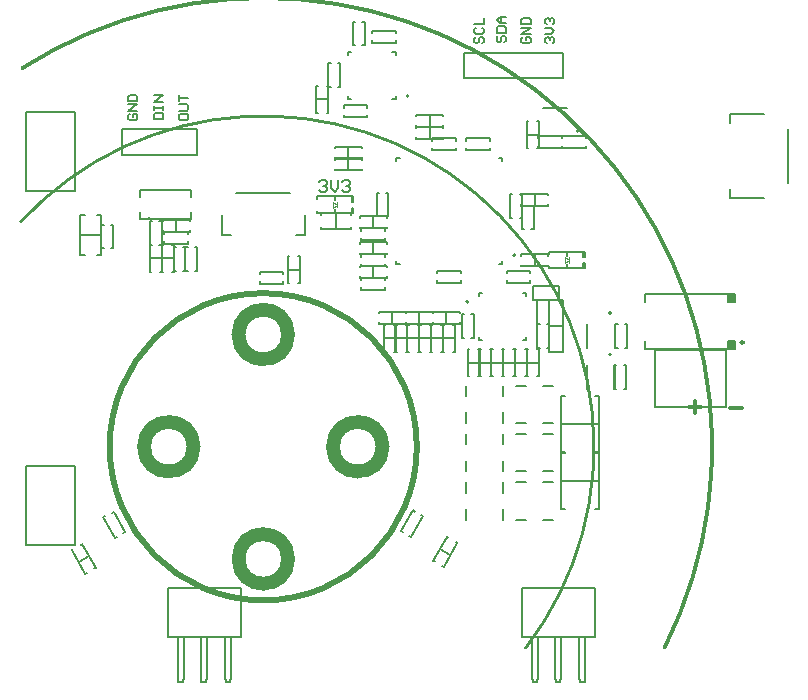
<source format=gto>
G04*
G04 #@! TF.GenerationSoftware,Altium Limited,Altium Designer,24.4.1 (13)*
G04*
G04 Layer_Color=65535*
%FSLAX44Y44*%
%MOMM*%
G71*
G04*
G04 #@! TF.SameCoordinates,D346328A-3EA5-4E80-806F-D0F93F3E7631*
G04*
G04*
G04 #@! TF.FilePolarity,Positive*
G04*
G01*
G75*
%ADD10C,1.1500*%
%ADD11C,0.2000*%
%ADD12C,0.2500*%
%ADD13C,0.0500*%
%ADD14C,0.5000*%
%ADD15C,0.2540*%
%ADD16C,0.3000*%
%ADD17C,0.1500*%
%ADD18C,0.1270*%
%ADD19C,0.1000*%
%ADD20C,0.3500*%
%ADD21C,0.1530*%
%ADD22R,0.5500X0.6750*%
D10*
X-59000Y-0D02*
G03*
X-59000Y-0I-21000J0D01*
G01*
X21000Y-95000D02*
G03*
X21000Y-95000I-21000J0D01*
G01*
X101000Y-0D02*
G03*
X101000Y-0I-21000J0D01*
G01*
X21000Y95000D02*
G03*
X21000Y95000I-21000J0D01*
G01*
D11*
X294500Y78250D02*
G03*
X294500Y78250I-1000J0D01*
G01*
Y113250D02*
G03*
X294500Y113250I-1000J0D01*
G01*
X173750Y122850D02*
G03*
X173750Y122850I-1000J0D01*
G01*
X267250Y267500D02*
G03*
X267250Y267500I-1000J0D01*
G01*
X213450Y162150D02*
G03*
X213450Y162150I-1000J0D01*
G01*
D02*
G03*
X213450Y162150I-1000J0D01*
G01*
X123000Y297000D02*
G03*
X123000Y297000I-1000J0D01*
G01*
X-35320Y179240D02*
X-27700D01*
X-35320D02*
Y196075D01*
X-22700Y215050D02*
X22860D01*
X35320Y179240D02*
Y196075D01*
X27700Y179240D02*
X35320D01*
X332000Y82000D02*
X392000D01*
Y34000D02*
Y82000D01*
X332000Y34000D02*
X392000D01*
X332000D02*
Y82000D01*
X393500Y89750D02*
X399000D01*
X393500Y83000D02*
Y89750D01*
Y122250D02*
Y129000D01*
Y122250D02*
X399000D01*
X323000D02*
Y129000D01*
X399000Y122250D02*
Y129000D01*
X323000Y83000D02*
Y89750D01*
X399000Y83000D02*
Y89750D01*
X323000Y129000D02*
X399000D01*
X323000Y83000D02*
X399000D01*
X-104782Y211250D02*
Y217250D01*
X-61000D01*
Y211250D02*
Y217250D01*
X-104782Y192750D02*
X-61000D01*
Y198750D01*
X-104782Y192750D02*
Y198750D01*
X170000Y312250D02*
Y333750D01*
Y312250D02*
X254000D01*
Y333750D01*
X170000D02*
X254000D01*
X394870Y273700D02*
Y281320D01*
X424080D01*
X444400Y223140D02*
Y268620D01*
X394870Y210680D02*
X424080D01*
X394870D02*
Y218300D01*
X-120000Y247250D02*
Y268750D01*
Y247250D02*
X-56000D01*
Y268750D01*
X-120000D02*
X-56000D01*
X-201250Y-83500D02*
X-159750D01*
Y-16500D01*
X-201250D02*
X-159750D01*
X-201250Y-83500D02*
Y-16500D01*
Y216500D02*
X-159750D01*
Y283500D01*
X-201250D02*
X-159750D01*
X-201250Y216500D02*
Y283500D01*
X219000Y-161300D02*
Y-119300D01*
Y-161300D02*
X281000D01*
Y-119300D01*
X219000D02*
X281000D01*
X232505Y-195318D02*
Y-161318D01*
X247000Y-195300D02*
Y-161300D01*
X252000Y-195300D02*
Y-161300D01*
X267656Y-195373D02*
Y-161373D01*
X272656Y-195373D02*
Y-161373D01*
X272001Y-199300D02*
X272656Y-195373D01*
X268310Y-199300D02*
X272001D01*
X267656Y-195373D02*
X268310Y-199300D01*
X231841D02*
X232505Y-195318D01*
X228169Y-199300D02*
X231841D01*
X227505Y-195318D02*
Y-161318D01*
Y-195318D02*
X228169Y-199300D01*
X251333D02*
X252000Y-195300D01*
X247000Y-195300D02*
X247667Y-199300D01*
X251333D01*
X-81000Y-161300D02*
Y-119300D01*
Y-161300D02*
X-19000D01*
Y-119300D01*
X-81000D02*
X-19000D01*
X-67495Y-195318D02*
Y-161318D01*
X-53000Y-195300D02*
Y-161300D01*
X-48000Y-195300D02*
Y-161300D01*
X-32344Y-195373D02*
Y-161373D01*
X-27344Y-195373D02*
Y-161373D01*
X-27999Y-199300D02*
X-27344Y-195373D01*
X-31690Y-199300D02*
X-27999D01*
X-32344Y-195373D02*
X-31690Y-199300D01*
X-68159D02*
X-67495Y-195318D01*
X-71831Y-199300D02*
X-68159D01*
X-72495Y-195318D02*
Y-161318D01*
Y-195318D02*
X-71831Y-199300D01*
X-48667D02*
X-48000Y-195300D01*
X-53000Y-195300D02*
X-52333Y-199300D01*
X-48667D01*
X47000Y224331D02*
X48666Y225997D01*
X51998D01*
X53664Y224331D01*
Y222665D01*
X51998Y220998D01*
X50332D01*
X51998D01*
X53664Y219332D01*
Y217666D01*
X51998Y216000D01*
X48666D01*
X47000Y217666D01*
X56997Y225997D02*
Y219332D01*
X60329Y216000D01*
X63661Y219332D01*
Y225997D01*
X66994Y224331D02*
X68660Y225997D01*
X71992D01*
X73658Y224331D01*
Y222665D01*
X71992Y220998D01*
X70326D01*
X71992D01*
X73658Y219332D01*
Y217666D01*
X71992Y216000D01*
X68660D01*
X66994Y217666D01*
D12*
X406750Y88250D02*
G03*
X406750Y88250I-1250J0D01*
G01*
D13*
X-95500Y193500D02*
G03*
X-95500Y193500I-1000J0D01*
G01*
D14*
X130000Y-0D02*
G03*
X130000Y-0I-130000J0D01*
G01*
D15*
X222082Y-170527D02*
G03*
X-205324Y190373I-222082J170527D01*
G01*
D16*
X339882Y-169941D02*
G03*
X-203819Y320715I-339882J169941D01*
G01*
D17*
X103000Y161000D02*
Y163000D01*
X83000D02*
X103000D01*
X83000Y161000D02*
Y163000D01*
Y153000D02*
Y155000D01*
Y153000D02*
X103000D01*
Y155000D01*
Y141000D02*
Y143000D01*
X83000D02*
X103000D01*
X83000Y141000D02*
Y143000D01*
Y133000D02*
Y135000D01*
Y133000D02*
X103000D01*
Y135000D01*
X81570Y162920D02*
Y164190D01*
Y162920D02*
X104430D01*
Y164190D01*
Y171810D02*
Y173080D01*
X81570D02*
X104430D01*
X81570Y171810D02*
Y173080D01*
X93000Y162920D02*
Y173080D01*
X298000Y84000D02*
X300000D01*
X298000D02*
Y104000D01*
X300000D01*
X306000D02*
X308000D01*
Y84000D02*
Y104000D01*
X306000Y84000D02*
X308000D01*
X305000Y49000D02*
X307000D01*
Y69000D01*
X305000D02*
X307000D01*
X297000D02*
X299000D01*
X297000Y49000D02*
Y69000D01*
Y49000D02*
X299000D01*
X231810Y252570D02*
X233080D01*
Y275430D01*
X231810D02*
X233080D01*
X222920D02*
X224190D01*
X222920Y252570D02*
Y275430D01*
Y252570D02*
X224190D01*
X222920Y264000D02*
X233080D01*
X273000Y261000D02*
Y263000D01*
X253000D02*
X273000D01*
X253000Y261000D02*
Y263000D01*
Y253000D02*
Y255000D01*
Y253000D02*
X273000D01*
Y255000D01*
X253000Y261000D02*
Y263000D01*
X233000D02*
X253000D01*
X233000Y261000D02*
Y263000D01*
Y253000D02*
Y255000D01*
Y253000D02*
X253000D01*
Y255000D01*
X53810Y282570D02*
X55080D01*
Y305430D01*
X53810D02*
X55080D01*
X44920D02*
X46190D01*
X44920Y282570D02*
Y305430D01*
Y282570D02*
X46190D01*
X44920Y294000D02*
X55080D01*
X83430Y252810D02*
Y254080D01*
X60570D02*
X83430D01*
X60570Y252810D02*
Y254080D01*
Y243920D02*
Y245190D01*
Y243920D02*
X83430D01*
Y245190D01*
X72000Y243920D02*
Y254080D01*
X83430Y242810D02*
Y244080D01*
X60570D02*
X83430D01*
X60570Y242810D02*
Y244080D01*
Y233920D02*
Y235190D01*
Y233920D02*
X83430D01*
Y235190D01*
X72000Y233920D02*
Y244080D01*
X172920Y71000D02*
X183080D01*
X181810Y82430D02*
X183080D01*
Y59570D02*
Y82430D01*
X181810Y59570D02*
X183080D01*
X172920D02*
X174190D01*
X172920D02*
Y82430D01*
X174190D01*
X182920D02*
X184190D01*
X182920Y59570D02*
Y82430D01*
Y59570D02*
X184190D01*
X191810D02*
X193080D01*
Y82430D01*
X191810D02*
X193080D01*
X182920Y71000D02*
X193080D01*
X-84000Y172000D02*
Y174000D01*
Y172000D02*
X-64000D01*
Y174000D01*
Y180000D02*
Y182000D01*
X-84000D02*
X-64000D01*
X-84000Y180000D02*
Y182000D01*
X-58000Y149000D02*
X-56000D01*
Y169000D01*
X-58000D02*
X-56000D01*
X-66000D02*
X-64000D01*
X-66000Y149000D02*
Y169000D01*
Y149000D02*
X-64000D01*
X-86080Y171180D02*
X-84810D01*
X-86080Y148320D02*
Y171180D01*
Y148320D02*
X-84810D01*
X-77190D02*
X-75920D01*
Y171180D01*
X-77190D02*
X-75920D01*
X-86080Y159750D02*
X-75920D01*
X-62320Y190810D02*
Y192080D01*
X-85180D02*
X-62320D01*
X-85180Y190810D02*
Y192080D01*
Y181920D02*
Y183190D01*
Y181920D02*
X-62320D01*
Y183190D01*
X-73750Y181920D02*
Y192080D01*
X-88000Y171000D02*
X-86000D01*
Y191000D01*
X-88000D02*
X-86000D01*
X-96000D02*
X-94000D01*
X-96000Y171000D02*
Y191000D01*
Y171000D02*
X-94000D01*
X-96080Y171180D02*
X-94810D01*
X-96080Y148320D02*
Y171180D01*
Y148320D02*
X-94810D01*
X-87190D02*
X-85920D01*
Y171180D01*
X-87190D02*
X-85920D01*
X-96080Y159750D02*
X-85920D01*
X-68000Y149000D02*
X-66000D01*
Y169000D01*
X-68000D02*
X-66000D01*
X-76000D02*
X-74000D01*
X-76000Y149000D02*
Y169000D01*
Y149000D02*
X-74000D01*
X-129000Y168000D02*
X-127000D01*
Y188000D01*
X-129000D02*
X-127000D01*
X-137000D02*
X-135000D01*
X-137000Y168000D02*
Y188000D01*
Y168000D02*
X-135000D01*
X152430Y279810D02*
Y281080D01*
X129570D02*
X152430D01*
X129570Y279810D02*
Y281080D01*
Y270920D02*
Y272190D01*
Y270920D02*
X152430D01*
Y272190D01*
X141000Y270920D02*
Y281080D01*
X81570Y142920D02*
Y144190D01*
Y142920D02*
X104430D01*
Y144190D01*
Y151810D02*
Y153080D01*
X81570D02*
X104430D01*
X81570Y151810D02*
Y153080D01*
X93000Y142920D02*
Y153080D01*
X81570Y184920D02*
Y186190D01*
Y184920D02*
X104430D01*
Y186190D01*
Y193810D02*
Y195080D01*
X81570D02*
X104430D01*
X81570Y193810D02*
Y195080D01*
X93000Y184920D02*
Y195080D01*
X152430Y269810D02*
Y271080D01*
X129570D02*
X152430D01*
X129570Y269810D02*
Y271080D01*
Y260920D02*
Y262190D01*
Y260920D02*
X152430D01*
Y262190D01*
X141000Y260920D02*
Y271080D01*
X-162114Y-87641D02*
X-161015Y-87006D01*
X-162114Y-87641D02*
X-150684Y-107439D01*
X-149585Y-106804D01*
X-142985Y-102994D02*
X-141886Y-102359D01*
X-153316Y-82561D02*
X-141886Y-102359D01*
X-154415Y-83196D02*
X-153316Y-82561D01*
X-156399Y-97540D02*
X-147601Y-92460D01*
X151585Y-100804D02*
X152684Y-101439D01*
X164114Y-81641D01*
X163015Y-81006D02*
X164114Y-81641D01*
X155316Y-76561D02*
X156415Y-77196D01*
X143886Y-96359D02*
X155316Y-76561D01*
X143886Y-96359D02*
X144985Y-96994D01*
X149601Y-86460D02*
X158399Y-91540D01*
X29810Y138570D02*
X31080D01*
Y161430D01*
X29810D02*
X31080D01*
X20920D02*
X22190D01*
X20920Y138570D02*
Y161430D01*
Y138570D02*
X22190D01*
X20920Y150000D02*
X31080D01*
X103000Y183000D02*
Y185000D01*
X83000D02*
X103000D01*
X83000Y183000D02*
Y185000D01*
Y175000D02*
Y177000D01*
Y175000D02*
X103000D01*
Y177000D01*
X68000Y279000D02*
Y281000D01*
Y279000D02*
X88000D01*
Y281000D01*
Y287000D02*
Y289000D01*
X68000D02*
X88000D01*
X68000Y287000D02*
Y289000D01*
X84000Y340000D02*
X86000D01*
Y360000D01*
X84000D02*
X86000D01*
X76000D02*
X78000D01*
X76000Y340000D02*
Y360000D01*
Y340000D02*
X78000D01*
X92000Y342000D02*
Y344000D01*
Y342000D02*
X112000D01*
Y344000D01*
Y350000D02*
Y352000D01*
X92000D02*
X112000D01*
X92000Y350000D02*
Y352000D01*
X63000Y305000D02*
X65000D01*
Y325000D01*
X63000D02*
X65000D01*
X55000D02*
X57000D01*
X55000Y305000D02*
Y325000D01*
Y305000D02*
X57000D01*
X-135330Y-59840D02*
X-133598Y-58840D01*
X-135330Y-59840D02*
X-125330Y-77160D01*
X-123598Y-76160D01*
X-118402Y-73160D02*
X-116670Y-72160D01*
X-126670Y-54840D02*
X-116670Y-72160D01*
X-128402Y-55840D02*
X-126670Y-54840D01*
X123598Y-75160D02*
X125330Y-76160D01*
X135330Y-58840D01*
X133598Y-57840D02*
X135330Y-58840D01*
X126670Y-53840D02*
X128402Y-54840D01*
X116670Y-71160D02*
X126670Y-53840D01*
X116670Y-71160D02*
X118402Y-72160D01*
X17000Y146000D02*
Y148000D01*
X-3000D02*
X17000D01*
X-3000Y146000D02*
Y148000D01*
Y138000D02*
Y140000D01*
Y138000D02*
X17000D01*
Y140000D01*
X155000Y103920D02*
Y114080D01*
X143570Y112810D02*
Y114080D01*
X166430D01*
Y112810D02*
Y114080D01*
Y103920D02*
Y105190D01*
X143570Y103920D02*
X166430D01*
X143570D02*
Y105190D01*
X74200Y196080D02*
Y198000D01*
X48800D02*
X74200D01*
X48800Y196080D02*
Y198000D01*
Y184000D02*
Y185920D01*
Y184000D02*
X74200D01*
Y185920D01*
X61500Y184000D02*
Y198000D01*
X61000Y208500D02*
Y212000D01*
Y198000D02*
Y201500D01*
X74970Y207540D02*
X76240D01*
Y212000D01*
X74970D02*
X76240D01*
X74970Y202460D02*
X76240D01*
Y198000D02*
Y202460D01*
X74970Y198000D02*
X76240D01*
X45760Y210080D02*
Y212000D01*
X76000D01*
X74970Y207540D02*
Y212000D01*
Y198000D02*
Y202460D01*
X45760Y198000D02*
X76000D01*
X45760D02*
Y199920D01*
X202920Y71000D02*
X213080D01*
X211810Y82430D02*
X213080D01*
Y59570D02*
Y82430D01*
X211810Y59570D02*
X213080D01*
X202920D02*
X204190D01*
X202920D02*
Y82430D01*
X204190D01*
X212920Y71000D02*
X223080D01*
X221810Y82430D02*
X223080D01*
Y59570D02*
Y82430D01*
X221810Y59570D02*
X223080D01*
X212920D02*
X214190D01*
X212920D02*
Y82430D01*
X214190D01*
X218570Y152920D02*
Y154190D01*
Y152920D02*
X241430D01*
Y154190D01*
Y161810D02*
Y163080D01*
X218570D02*
X241430D01*
X218570Y161810D02*
Y163080D01*
X230000Y152920D02*
Y163080D01*
X241430Y212810D02*
Y214080D01*
X218570D02*
X241430D01*
X218570Y212810D02*
Y214080D01*
Y203920D02*
Y205190D01*
Y203920D02*
X241430D01*
Y205190D01*
X230000Y203920D02*
Y214080D01*
X227000Y184000D02*
X229000D01*
Y204000D01*
X227000D02*
X229000D01*
X219000D02*
X221000D01*
X219000Y184000D02*
Y204000D01*
Y184000D02*
X221000D01*
X147000Y139000D02*
Y141000D01*
Y139000D02*
X167000D01*
Y141000D01*
Y147000D02*
Y149000D01*
X147000D02*
X167000D01*
X147000Y147000D02*
Y149000D01*
X104000Y195000D02*
X106000D01*
Y215000D01*
X104000D02*
X106000D01*
X96000D02*
X98000D01*
X96000Y195000D02*
Y215000D01*
Y195000D02*
X98000D01*
X163000Y259000D02*
Y261000D01*
X143000D02*
X163000D01*
X143000Y259000D02*
Y261000D01*
Y251000D02*
Y253000D01*
Y251000D02*
X163000D01*
Y253000D01*
X217000Y194000D02*
X219000D01*
Y214000D01*
X217000D02*
X219000D01*
X209000D02*
X211000D01*
X209000Y194000D02*
Y214000D01*
Y194000D02*
X211000D01*
X172000Y251000D02*
Y253000D01*
Y251000D02*
X192000D01*
Y253000D01*
Y259000D02*
Y261000D01*
X172000D02*
X192000D01*
X172000Y259000D02*
Y261000D01*
X251750Y-29000D02*
X284250D01*
X251750Y-5250D02*
X255500D01*
X251750Y-52750D02*
Y-5250D01*
Y-52750D02*
X255500D01*
X280500D02*
X284250D01*
Y-5250D01*
X280500D02*
X284250D01*
X176000Y92000D02*
X178000D01*
Y112000D01*
X176000D02*
X178000D01*
X168000D02*
X170000D01*
X168000Y92000D02*
Y112000D01*
Y92000D02*
X170000D01*
X206000Y139000D02*
Y141000D01*
Y139000D02*
X226000D01*
Y141000D01*
Y147000D02*
Y149000D01*
X206000D02*
X226000D01*
X206000Y147000D02*
Y149000D01*
X232000Y124000D02*
X234000D01*
X232000Y104000D02*
Y124000D01*
Y104000D02*
X234000D01*
X240000D02*
X242000D01*
Y124000D01*
X240000D02*
X242000D01*
X232000Y104000D02*
X234000D01*
X232000Y84000D02*
Y104000D01*
Y84000D02*
X234000D01*
X240000D02*
X242000D01*
Y104000D01*
X240000D02*
X242000D01*
X222920Y82430D02*
X224190D01*
X222920Y59570D02*
Y82430D01*
Y59570D02*
X224190D01*
X231810D02*
X233080D01*
Y82430D01*
X231810D02*
X233080D01*
X222920Y71000D02*
X233080D01*
X192920Y82430D02*
X194190D01*
X192920Y59570D02*
Y82430D01*
Y59570D02*
X194190D01*
X201810D02*
X203080D01*
Y82430D01*
X201810D02*
X203080D01*
X192920Y71000D02*
X203080D01*
X151920Y103430D02*
X153190D01*
X151920Y80570D02*
Y103430D01*
Y80570D02*
X153190D01*
X160810D02*
X162080D01*
Y103430D01*
X160810D02*
X162080D01*
X151920Y92000D02*
X162080D01*
X131920Y103430D02*
X133190D01*
X131920Y80570D02*
Y103430D01*
Y80570D02*
X133190D01*
X140810D02*
X142080D01*
Y103430D01*
X140810D02*
X142080D01*
X131920Y92000D02*
X142080D01*
X120570Y103920D02*
Y105190D01*
Y103920D02*
X143430D01*
Y105190D01*
Y112810D02*
Y114080D01*
X120570D02*
X143430D01*
X120570Y112810D02*
Y114080D01*
X132000Y103920D02*
Y114080D01*
X111920Y103430D02*
X113190D01*
X111920Y80570D02*
Y103430D01*
Y80570D02*
X113190D01*
X120810D02*
X122080D01*
Y103430D01*
X120810D02*
X122080D01*
X111920Y92000D02*
X122080D01*
X120680Y112810D02*
Y114080D01*
X97820D02*
X120680D01*
X97820Y112810D02*
Y114080D01*
Y103920D02*
Y105190D01*
Y103920D02*
X120680D01*
Y105190D01*
X109250Y103920D02*
Y114080D01*
X150810Y80570D02*
X152080D01*
Y103430D01*
X150810D02*
X152080D01*
X141920D02*
X143190D01*
X141920Y80570D02*
Y103430D01*
Y80570D02*
X143190D01*
X141920Y92000D02*
X152080D01*
X130810Y80570D02*
X132080D01*
Y103430D01*
X130810D02*
X132080D01*
X121920D02*
X123190D01*
X121920Y80570D02*
Y103430D01*
Y80570D02*
X123190D01*
X121920Y92000D02*
X132080D01*
X110810Y80570D02*
X112080D01*
Y103430D01*
X110810D02*
X112080D01*
X101920D02*
X103190D01*
X101920Y80570D02*
Y103430D01*
Y80570D02*
X103190D01*
X101920Y92000D02*
X112080D01*
X251750Y19000D02*
X284250D01*
X280500Y-4750D02*
X284250D01*
Y42750D01*
X280500D02*
X284250D01*
X251750D02*
X255500D01*
X251750Y-4750D02*
Y42750D01*
Y-4750D02*
X255500D01*
X257000Y161500D02*
Y165000D01*
Y151000D02*
Y154500D01*
X270970Y160540D02*
X272240D01*
Y165000D01*
X270970D02*
X272240D01*
X270970Y155460D02*
X272240D01*
Y151000D02*
Y155460D01*
X270970Y151000D02*
X272240D01*
X241760Y163080D02*
Y165000D01*
X272000D01*
X270970Y160540D02*
Y165000D01*
Y151000D02*
Y155460D01*
X241760Y151000D02*
X272000D01*
X241760D02*
Y152920D01*
X-155000Y179000D02*
X-137000D01*
X-155000Y196000D02*
X-151000D01*
X-155000Y162000D02*
Y196000D01*
Y162000D02*
X-151000D01*
X-141000D02*
X-137000D01*
Y196000D01*
X-141000D02*
X-137000D01*
D18*
X298100Y49000D02*
Y69000D01*
X273900Y49000D02*
Y69000D01*
Y84000D02*
Y104000D01*
X298100Y84000D02*
Y104000D01*
X219550Y90350D02*
X222500D01*
X219550Y130350D02*
X222500D01*
X182500Y90350D02*
X185450D01*
X182500Y130350D02*
X185450D01*
X222500Y90350D02*
Y93300D01*
Y127400D02*
Y130350D01*
X182500Y90350D02*
Y93300D01*
Y127400D02*
Y130350D01*
X171250Y-61750D02*
Y-53000D01*
Y-39000D02*
Y-30250D01*
X202750Y-39000D02*
Y-30250D01*
Y-61750D02*
Y-53000D01*
X171250Y20250D02*
Y29000D01*
Y43000D02*
Y51750D01*
X202750Y43000D02*
Y51750D01*
Y20250D02*
Y29000D01*
X171250Y-20750D02*
Y-12000D01*
Y2000D02*
Y10750D01*
X202750Y2000D02*
Y10750D01*
Y-20750D02*
Y-12000D01*
X213950Y-30250D02*
X222700D01*
X236700D02*
X245450D01*
X236700Y-61750D02*
X245450D01*
X213950D02*
X222700D01*
X213950Y51750D02*
X222700D01*
X236700D02*
X245450D01*
X236700Y20250D02*
X245450D01*
X213950D02*
X222700D01*
X213950Y10750D02*
X222700D01*
X236700D02*
X245450D01*
X236700Y-20750D02*
X245450D01*
X213950D02*
X222700D01*
X228000Y124000D02*
Y136000D01*
X250000Y124000D02*
Y136000D01*
X228000D02*
X250000D01*
X228000Y124000D02*
X250000D01*
X242000D02*
X254000D01*
X242000Y102000D02*
X254000D01*
Y124000D01*
X242000Y102000D02*
Y124000D01*
Y102000D02*
X254000D01*
X242000Y80000D02*
X254000D01*
Y102000D01*
X242000Y80000D02*
Y102000D01*
X237000Y262900D02*
X257000D01*
X237000Y287100D02*
X257000D01*
X112500Y244650D02*
X115500D01*
X112500Y154650D02*
X115500D01*
X199500Y244650D02*
X202500D01*
X199500Y154650D02*
X202500D01*
X112500Y241650D02*
Y244650D01*
Y154650D02*
Y157650D01*
X202500Y241650D02*
Y244650D01*
Y154650D02*
Y157650D01*
X112000Y294500D02*
Y297115D01*
X109385Y294500D02*
X112000D01*
X109385Y334500D02*
X112000D01*
Y331885D02*
Y334500D01*
X72000Y331885D02*
Y334500D01*
X74615D01*
X72000Y294500D02*
X74615D01*
X72000D02*
Y297115D01*
D19*
X59250Y202500D02*
X62750Y205000D01*
X59250Y202500D02*
Y205000D01*
X62750Y202750D02*
Y205000D01*
Y207250D01*
X59250Y205000D02*
Y207500D01*
X62750Y205000D01*
X255250Y155500D02*
X258750Y158000D01*
X255250Y155500D02*
Y158000D01*
X258750Y155750D02*
Y158000D01*
Y160250D01*
X255250Y158000D02*
Y160500D01*
X258750Y158000D01*
D20*
X395500Y32500D02*
X405497D01*
X360500Y33498D02*
X370497D01*
X365498Y38497D02*
Y28500D01*
D21*
X198805Y347862D02*
X197473Y346529D01*
Y343863D01*
X198805Y342530D01*
X200138D01*
X201471Y343863D01*
Y346529D01*
X202804Y347862D01*
X204137D01*
X205470Y346529D01*
Y343863D01*
X204137Y342530D01*
X197473Y350527D02*
X205470D01*
Y354526D01*
X204137Y355859D01*
X198805D01*
X197473Y354526D01*
Y350527D01*
X205470Y358525D02*
X200138D01*
X197473Y361191D01*
X200138Y363857D01*
X205470D01*
X201471D01*
Y358525D01*
X239806Y341530D02*
X238473Y342863D01*
Y345529D01*
X239806Y346862D01*
X241138D01*
X242471Y345529D01*
Y344196D01*
Y345529D01*
X243804Y346862D01*
X245137D01*
X246470Y345529D01*
Y342863D01*
X245137Y341530D01*
X238473Y349528D02*
X243804D01*
X246470Y352193D01*
X243804Y354859D01*
X238473D01*
X239806Y357525D02*
X238473Y358858D01*
Y361524D01*
X239806Y362856D01*
X241138D01*
X242471Y361524D01*
Y360191D01*
Y361524D01*
X243804Y362856D01*
X245137D01*
X246470Y361524D01*
Y358858D01*
X245137Y357525D01*
X219806Y346862D02*
X218473Y345529D01*
Y342863D01*
X219806Y341530D01*
X225137D01*
X226470Y342863D01*
Y345529D01*
X225137Y346862D01*
X222471D01*
Y344196D01*
X226470Y349528D02*
X218473D01*
X226470Y354859D01*
X218473D01*
Y357525D02*
X226470D01*
Y361524D01*
X225137Y362856D01*
X219806D01*
X218473Y361524D01*
Y357525D01*
X179806Y346862D02*
X178473Y345529D01*
Y342863D01*
X179806Y341530D01*
X181138D01*
X182471Y342863D01*
Y345529D01*
X183804Y346862D01*
X185137D01*
X186470Y345529D01*
Y342863D01*
X185137Y341530D01*
X179806Y354859D02*
X178473Y353526D01*
Y350860D01*
X179806Y349527D01*
X185137D01*
X186470Y350860D01*
Y353526D01*
X185137Y354859D01*
X178473Y357525D02*
X186470D01*
Y362856D01*
X-92528Y277530D02*
X-84530D01*
Y281529D01*
X-85863Y282862D01*
X-91195D01*
X-92528Y281529D01*
Y277530D01*
Y285527D02*
Y288193D01*
Y286860D01*
X-84530D01*
Y285527D01*
Y288193D01*
Y292192D02*
X-92528D01*
X-84530Y297524D01*
X-92528D01*
X-71527Y280529D02*
Y277863D01*
X-70195Y276530D01*
X-64863D01*
X-63530Y277863D01*
Y280529D01*
X-64863Y281862D01*
X-70195D01*
X-71527Y280529D01*
Y284527D02*
X-64863D01*
X-63530Y285860D01*
Y288526D01*
X-64863Y289859D01*
X-71527D01*
Y292525D02*
Y297857D01*
Y295191D01*
X-63530D01*
X-113195Y281862D02*
X-114527Y280529D01*
Y277863D01*
X-113195Y276530D01*
X-107863D01*
X-106530Y277863D01*
Y280529D01*
X-107863Y281862D01*
X-110529D01*
Y279196D01*
X-106530Y284527D02*
X-114527D01*
X-106530Y289859D01*
X-114527D01*
Y292525D02*
X-106530D01*
Y296524D01*
X-107863Y297857D01*
X-113195D01*
X-114527Y296524D01*
Y292525D01*
D22*
X396250Y86375D02*
D03*
X396250Y125625D02*
D03*
M02*

</source>
